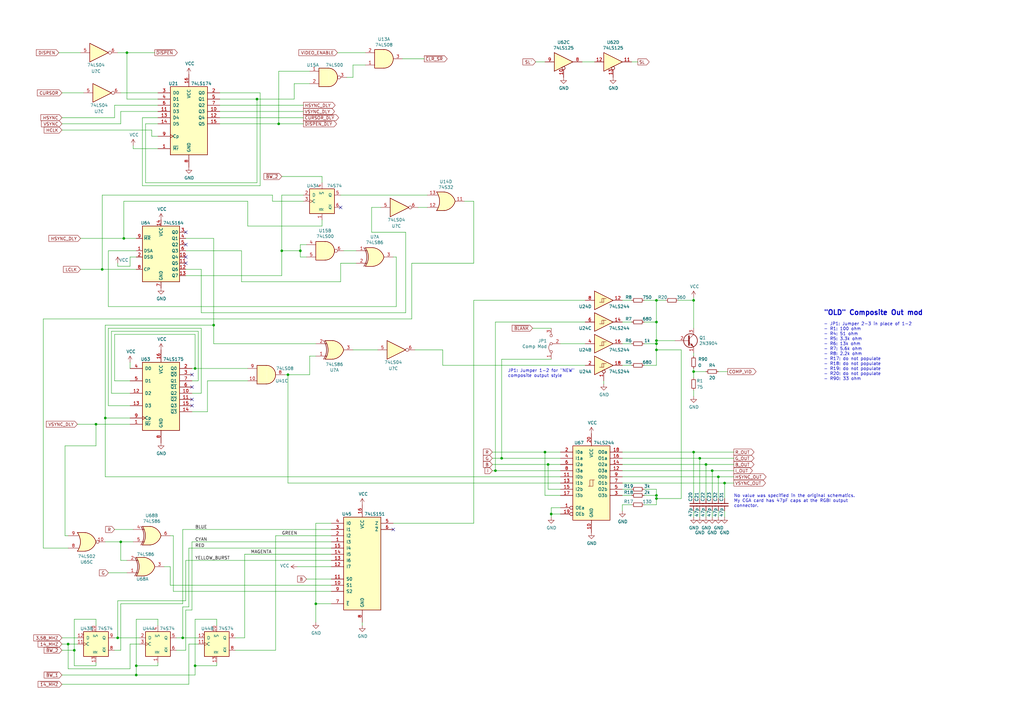
<source format=kicad_sch>
(kicad_sch (version 20230121) (generator eeschema)
  (paper "A3")
  (title_block (rev "0.2"))
  (lib_symbols
    (symbol "74xx:74HC164"
      (property "Reference" "U" (at 1.905 -13.97 0))
      (property "Value" "74HC164" (at 1.905 -16.51 0))
      (symbol "74HC164_1_1"
        (pin input line (at -10.16 0 0) (length 2.54) (name "DSA") (number "1"))
        (pin output line (at 10.16 -2.54 180) (length 2.54) (name "Q4") (number "10"))
        (pin output line (at 10.16 -5.08 180) (length 2.54) (name "Q5") (number "11"))
        (pin output line (at 10.16 -7.62 180) (length 2.54) (name "Q6") (number "12"))
        (pin output line (at 10.16 -10.16 180) (length 2.54) (name "Q7") (number "13"))
        (pin power_in line (at 0 12.7 270) (length 2.54) (name "VCC") (number "14"))
        (pin input line (at -10.16 -2.54 0) (length 2.54) (name "DSB") (number "2"))
        (pin output line (at 10.16 7.62 180) (length 2.54) (name "Q0") (number "3"))
        (pin output line (at 10.16 5.08 180) (length 2.54) (name "Q1") (number "4"))
        (pin output line (at 10.16 2.54 180) (length 2.54) (name "Q2") (number "5"))
        (pin output line (at 10.16 0 180) (length 2.54) (name "Q3") (number "6"))
        (pin power_in line (at 0 -15.24 90) (length 2.54) (name "GND") (number "7"))
        (pin input line (at -10.16 -7.62 0) (length 2.54) (name "CP") (number "8"))
        (pin input line (at -10.16 5.08 0) (length 2.54) (name "~{MR}") (number "9"))
      )
    )
    (symbol "74xx:74LS00" (pin_names (offset 1.016))
      (property "Reference" "U" (at 0 1.27 0))
      (property "Value" "74LS00" (at 0 -1.27 0))
      (symbol "74LS00_1_1"
        (pin input line (at -7.62 2.54 0) (length 3.81) (name "~") (number "1"))
        (pin input line (at -7.62 -2.54 0) (length 3.81) (name "~") (number "2"))
        (pin output inverted (at 7.62 0 180) (length 3.81) (name "~") (number "3"))
      )
      (symbol "74LS00_1_2"
        (pin input inverted (at -7.62 2.54 0) (length 4.318) (name "~") (number "1"))
        (pin input inverted (at -7.62 -2.54 0) (length 4.318) (name "~") (number "2"))
        (pin output line (at 7.62 0 180) (length 3.81) (name "~") (number "3"))
      )
      (symbol "74LS00_2_1"
        (pin input line (at -7.62 2.54 0) (length 3.81) (name "~") (number "4"))
        (pin input line (at -7.62 -2.54 0) (length 3.81) (name "~") (number "5"))
        (pin output inverted (at 7.62 0 180) (length 3.81) (name "~") (number "6"))
      )
      (symbol "74LS00_2_2"
        (pin input inverted (at -7.62 2.54 0) (length 4.318) (name "~") (number "4"))
        (pin input inverted (at -7.62 -2.54 0) (length 4.318) (name "~") (number "5"))
        (pin output line (at 7.62 0 180) (length 3.81) (name "~") (number "6"))
      )
      (symbol "74LS00_3_1"
        (pin input line (at -7.62 -2.54 0) (length 3.81) (name "~") (number "10"))
        (pin output inverted (at 7.62 0 180) (length 3.81) (name "~") (number "8"))
        (pin input line (at -7.62 2.54 0) (length 3.81) (name "~") (number "9"))
      )
      (symbol "74LS00_3_2"
        (pin input inverted (at -7.62 -2.54 0) (length 4.318) (name "~") (number "10"))
        (pin output line (at 7.62 0 180) (length 3.81) (name "~") (number "8"))
        (pin input inverted (at -7.62 2.54 0) (length 4.318) (name "~") (number "9"))
      )
      (symbol "74LS00_4_1"
        (pin output inverted (at 7.62 0 180) (length 3.81) (name "~") (number "11"))
        (pin input line (at -7.62 2.54 0) (length 3.81) (name "~") (number "12"))
        (pin input line (at -7.62 -2.54 0) (length 3.81) (name "~") (number "13"))
      )
      (symbol "74LS00_4_2"
        (pin output line (at 7.62 0 180) (length 3.81) (name "~") (number "11"))
        (pin input inverted (at -7.62 2.54 0) (length 4.318) (name "~") (number "12"))
        (pin input inverted (at -7.62 -2.54 0) (length 4.318) (name "~") (number "13"))
      )
      (symbol "74LS00_5_0"
        (pin power_in line (at 0 12.7 270) (length 5.08) (name "VCC") (number "14"))
        (pin power_in line (at 0 -12.7 90) (length 5.08) (name "GND") (number "7"))
      )
    )
    (symbol "74xx:74LS02" (pin_names (offset 1.016))
      (property "Reference" "U" (at 0 1.27 0))
      (property "Value" "74LS02" (at 0 -1.27 0))
      (symbol "74LS02_1_1"
        (pin output inverted (at 7.62 0 180) (length 3.81) (name "~") (number "1"))
        (pin input line (at -7.62 2.54 0) (length 4.318) (name "~") (number "2"))
        (pin input line (at -7.62 -2.54 0) (length 4.318) (name "~") (number "3"))
      )
      (symbol "74LS02_1_2"
        (pin output line (at 7.62 0 180) (length 3.81) (name "~") (number "1"))
        (pin input inverted (at -7.62 2.54 0) (length 3.81) (name "~") (number "2"))
        (pin input inverted (at -7.62 -2.54 0) (length 3.81) (name "~") (number "3"))
      )
      (symbol "74LS02_2_1"
        (pin output inverted (at 7.62 0 180) (length 3.81) (name "~") (number "4"))
        (pin input line (at -7.62 2.54 0) (length 4.318) (name "~") (number "5"))
        (pin input line (at -7.62 -2.54 0) (length 4.318) (name "~") (number "6"))
      )
      (symbol "74LS02_2_2"
        (pin output line (at 7.62 0 180) (length 3.81) (name "~") (number "4"))
        (pin input inverted (at -7.62 2.54 0) (length 3.81) (name "~") (number "5"))
        (pin input inverted (at -7.62 -2.54 0) (length 3.81) (name "~") (number "6"))
      )
      (symbol "74LS02_3_1"
        (pin output inverted (at 7.62 0 180) (length 3.81) (name "~") (number "10"))
        (pin input line (at -7.62 2.54 0) (length 4.318) (name "~") (number "8"))
        (pin input line (at -7.62 -2.54 0) (length 4.318) (name "~") (number "9"))
      )
      (symbol "74LS02_3_2"
        (pin output line (at 7.62 0 180) (length 3.81) (name "~") (number "10"))
        (pin input inverted (at -7.62 2.54 0) (length 3.81) (name "~") (number "8"))
        (pin input inverted (at -7.62 -2.54 0) (length 3.81) (name "~") (number "9"))
      )
      (symbol "74LS02_4_1"
        (pin input line (at -7.62 2.54 0) (length 4.318) (name "~") (number "11"))
        (pin input line (at -7.62 -2.54 0) (length 4.318) (name "~") (number "12"))
        (pin output inverted (at 7.62 0 180) (length 3.81) (name "~") (number "13"))
      )
      (symbol "74LS02_4_2"
        (pin input inverted (at -7.62 2.54 0) (length 3.81) (name "~") (number "11"))
        (pin input inverted (at -7.62 -2.54 0) (length 3.81) (name "~") (number "12"))
        (pin output line (at 7.62 0 180) (length 3.81) (name "~") (number "13"))
      )
      (symbol "74LS02_5_0"
        (pin power_in line (at 0 12.7 270) (length 5.08) (name "VCC") (number "14"))
        (pin power_in line (at 0 -12.7 90) (length 5.08) (name "GND") (number "7"))
      )
    )
    (symbol "74xx:74LS04"
      (property "Reference" "U" (at 0 1.27 0))
      (property "Value" "74LS04" (at 0 -1.27 0))
      (symbol "74LS04_1_0"
        (pin input line (at -7.62 0 0) (length 3.81) (name "~") (number "1"))
        (pin output inverted (at 7.62 0 180) (length 3.81) (name "~") (number "2"))
      )
      (symbol "74LS04_2_0"
        (pin input line (at -7.62 0 0) (length 3.81) (name "~") (number "3"))
        (pin output inverted (at 7.62 0 180) (length 3.81) (name "~") (number "4"))
      )
      (symbol "74LS04_3_0"
        (pin input line (at -7.62 0 0) (length 3.81) (name "~") (number "5"))
        (pin output inverted (at 7.62 0 180) (length 3.81) (name "~") (number "6"))
      )
      (symbol "74LS04_4_0"
        (pin output inverted (at 7.62 0 180) (length 3.81) (name "~") (number "8"))
        (pin input line (at -7.62 0 0) (length 3.81) (name "~") (number "9"))
      )
      (symbol "74LS04_5_0"
        (pin output inverted (at 7.62 0 180) (length 3.81) (name "~") (number "10"))
        (pin input line (at -7.62 0 0) (length 3.81) (name "~") (number "11"))
      )
      (symbol "74LS04_6_0"
        (pin output inverted (at 7.62 0 180) (length 3.81) (name "~") (number "12"))
        (pin input line (at -7.62 0 0) (length 3.81) (name "~") (number "13"))
      )
      (symbol "74LS04_7_0"
        (pin power_in line (at 0 12.7 270) (length 5.08) (name "VCC") (number "14"))
        (pin power_in line (at 0 -12.7 90) (length 5.08) (name "GND") (number "7"))
      )
    )
    (symbol "74xx:74LS08" (pin_names (offset 1.016))
      (property "Reference" "U" (at 0 1.27 0))
      (property "Value" "74LS08" (at 0 -1.27 0))
      (symbol "74LS08_1_1"
        (pin input line (at -7.62 2.54 0) (length 3.81) (name "~") (number "1"))
        (pin input line (at -7.62 -2.54 0) (length 3.81) (name "~") (number "2"))
        (pin output line (at 7.62 0 180) (length 3.81) (name "~") (number "3"))
      )
      (symbol "74LS08_1_2"
        (pin input inverted (at -7.62 2.54 0) (length 4.318) (name "~") (number "1"))
        (pin input inverted (at -7.62 -2.54 0) (length 4.318) (name "~") (number "2"))
        (pin output inverted (at 7.62 0 180) (length 3.81) (name "~") (number "3"))
      )
      (symbol "74LS08_2_1"
        (pin input line (at -7.62 2.54 0) (length 3.81) (name "~") (number "4"))
        (pin input line (at -7.62 -2.54 0) (length 3.81) (name "~") (number "5"))
        (pin output line (at 7.62 0 180) (length 3.81) (name "~") (number "6"))
      )
      (symbol "74LS08_2_2"
        (pin input inverted (at -7.62 2.54 0) (length 4.318) (name "~") (number "4"))
        (pin input inverted (at -7.62 -2.54 0) (length 4.318) (name "~") (number "5"))
        (pin output inverted (at 7.62 0 180) (length 3.81) (name "~") (number "6"))
      )
      (symbol "74LS08_3_1"
        (pin input line (at -7.62 -2.54 0) (length 3.81) (name "~") (number "10"))
        (pin output line (at 7.62 0 180) (length 3.81) (name "~") (number "8"))
        (pin input line (at -7.62 2.54 0) (length 3.81) (name "~") (number "9"))
      )
      (symbol "74LS08_3_2"
        (pin input inverted (at -7.62 -2.54 0) (length 4.318) (name "~") (number "10"))
        (pin output inverted (at 7.62 0 180) (length 3.81) (name "~") (number "8"))
        (pin input inverted (at -7.62 2.54 0) (length 4.318) (name "~") (number "9"))
      )
      (symbol "74LS08_4_1"
        (pin output line (at 7.62 0 180) (length 3.81) (name "~") (number "11"))
        (pin input line (at -7.62 2.54 0) (length 3.81) (name "~") (number "12"))
        (pin input line (at -7.62 -2.54 0) (length 3.81) (name "~") (number "13"))
      )
      (symbol "74LS08_4_2"
        (pin output inverted (at 7.62 0 180) (length 3.81) (name "~") (number "11"))
        (pin input inverted (at -7.62 2.54 0) (length 4.318) (name "~") (number "12"))
        (pin input inverted (at -7.62 -2.54 0) (length 4.318) (name "~") (number "13"))
      )
      (symbol "74LS08_5_0"
        (pin power_in line (at 0 12.7 270) (length 5.08) (name "VCC") (number "14"))
        (pin power_in line (at 0 -12.7 90) (length 5.08) (name "GND") (number "7"))
      )
    )
    (symbol "74xx:74LS125" (pin_names (offset 1.016))
      (property "Reference" "U" (at 0 1.27 0))
      (property "Value" "74LS125" (at 0 -1.27 0))
      (symbol "74LS125_1_0"
        (pin input inverted (at 0 -6.35 90) (length 4.445) (name "~") (number "1"))
        (pin input line (at -7.62 0 0) (length 3.81) (name "~") (number "2"))
        (pin tri_state line (at 7.62 0 180) (length 3.81) (name "~") (number "3"))
      )
      (symbol "74LS125_2_0"
        (pin input inverted (at 0 -6.35 90) (length 4.445) (name "~") (number "4"))
        (pin input line (at -7.62 0 0) (length 3.81) (name "~") (number "5"))
        (pin tri_state line (at 7.62 0 180) (length 3.81) (name "~") (number "6"))
      )
      (symbol "74LS125_3_0"
        (pin input inverted (at 0 -6.35 90) (length 4.445) (name "~") (number "10"))
        (pin tri_state line (at 7.62 0 180) (length 3.81) (name "~") (number "8"))
        (pin input line (at -7.62 0 0) (length 3.81) (name "~") (number "9"))
      )
      (symbol "74LS125_4_0"
        (pin tri_state line (at 7.62 0 180) (length 3.81) (name "~") (number "11"))
        (pin input line (at -7.62 0 0) (length 3.81) (name "~") (number "12"))
        (pin input inverted (at 0 -6.35 90) (length 4.445) (name "~") (number "13"))
      )
      (symbol "74LS125_5_0"
        (pin power_in line (at 0 12.7 270) (length 5.08) (name "VCC") (number "14"))
        (pin power_in line (at 0 -12.7 90) (length 5.08) (name "GND") (number "7"))
      )
    )
    (symbol "74xx:74LS151" (pin_names (offset 1.016))
      (property "Reference" "U" (at -7.62 19.05 0))
      (property "Value" "74LS151" (at -7.62 -21.59 0))
      (symbol "74LS151_1_0"
        (pin input line (at -12.7 7.62 0) (length 5.08) (name "I3") (number "1"))
        (pin input line (at -12.7 -10.16 0) (length 5.08) (name "S1") (number "10"))
        (pin input line (at -12.7 -7.62 0) (length 5.08) (name "S0") (number "11"))
        (pin input line (at -12.7 -2.54 0) (length 5.08) (name "I7") (number "12"))
        (pin input line (at -12.7 0 0) (length 5.08) (name "I6") (number "13"))
        (pin input line (at -12.7 2.54 0) (length 5.08) (name "I5") (number "14"))
        (pin input line (at -12.7 5.08 0) (length 5.08) (name "I4") (number "15"))
        (pin power_in line (at 0 22.86 270) (length 5.08) (name "VCC") (number "16"))
        (pin input line (at -12.7 10.16 0) (length 5.08) (name "I2") (number "2"))
        (pin input line (at -12.7 12.7 0) (length 5.08) (name "I1") (number "3"))
        (pin input line (at -12.7 15.24 0) (length 5.08) (name "I0") (number "4"))
        (pin output line (at 12.7 15.24 180) (length 5.08) (name "Z") (number "5"))
        (pin output line (at 12.7 12.7 180) (length 5.08) (name "~{Z}") (number "6"))
        (pin input line (at -12.7 -17.78 0) (length 5.08) (name "~{E}") (number "7"))
        (pin power_in line (at 0 -25.4 90) (length 5.08) (name "GND") (number "8"))
        (pin input line (at -12.7 -12.7 0) (length 5.08) (name "S2") (number "9"))
      )
    )
    (symbol "74xx:74LS174" (pin_names (offset 1.016))
      (property "Reference" "U" (at -7.62 13.97 0))
      (property "Value" "74LS174" (at -7.62 -16.51 0))
      (symbol "74LS174_1_0"
        (pin input line (at -12.7 -12.7 0) (length 5.08) (name "~{Mr}") (number "1"))
        (pin output line (at 12.7 2.54 180) (length 5.08) (name "Q3") (number "10"))
        (pin input line (at -12.7 2.54 0) (length 5.08) (name "D3") (number "11"))
        (pin output line (at 12.7 0 180) (length 5.08) (name "Q4") (number "12"))
        (pin input line (at -12.7 0 0) (length 5.08) (name "D4") (number "13"))
        (pin input line (at -12.7 -2.54 0) (length 5.08) (name "D5") (number "14"))
        (pin output line (at 12.7 -2.54 180) (length 5.08) (name "Q5") (number "15"))
        (pin power_in line (at 0 17.78 270) (length 5.08) (name "VCC") (number "16"))
        (pin output line (at 12.7 10.16 180) (length 5.08) (name "Q0") (number "2"))
        (pin input line (at -12.7 10.16 0) (length 5.08) (name "D0") (number "3"))
        (pin input line (at -12.7 7.62 0) (length 5.08) (name "D1") (number "4"))
        (pin output line (at 12.7 7.62 180) (length 5.08) (name "Q1") (number "5"))
        (pin input line (at -12.7 5.08 0) (length 5.08) (name "D2") (number "6"))
        (pin output line (at 12.7 5.08 180) (length 5.08) (name "Q2") (number "7"))
        (pin power_in line (at 0 -20.32 90) (length 5.08) (name "GND") (number "8"))
        (pin input clock (at -12.7 -7.62 0) (length 5.08) (name "Cp") (number "9"))
      )
    )
    (symbol "74xx:74LS175" (pin_names (offset 1.016))
      (property "Reference" "U" (at -7.62 13.97 0))
      (property "Value" "74LS175" (at -7.62 -16.51 0))
      (symbol "74LS175_1_0"
        (pin input line (at -12.7 -12.7 0) (length 5.08) (name "~{Mr}") (number "1"))
        (pin output line (at 12.7 0 180) (length 5.08) (name "Q2") (number "10"))
        (pin output line (at 12.7 -2.54 180) (length 5.08) (name "~{Q2}") (number "11"))
        (pin input line (at -12.7 0 0) (length 5.08) (name "D2") (number "12"))
        (pin input line (at -12.7 -5.08 0) (length 5.08) (name "D3") (number "13"))
        (pin output line (at 12.7 -7.62 180) (length 5.08) (name "~{Q3}") (number "14"))
        (pin output line (at 12.7 -5.08 180) (length 5.08) (name "Q3") (number "15"))
        (pin power_in line (at 0 17.78 270) (length 5.08) (name "VCC") (number "16"))
        (pin output line (at 12.7 10.16 180) (length 5.08) (name "Q0") (number "2"))
        (pin output line (at 12.7 7.62 180) (length 5.08) (name "~{Q0}") (number "3"))
        (pin input line (at -12.7 10.16 0) (length 5.08) (name "D0") (number "4"))
        (pin input line (at -12.7 5.08 0) (length 5.08) (name "D1") (number "5"))
        (pin output line (at 12.7 2.54 180) (length 5.08) (name "~{Q1}") (number "6"))
        (pin output line (at 12.7 5.08 180) (length 5.08) (name "Q1") (number "7"))
        (pin power_in line (at 0 -20.32 90) (length 5.08) (name "GND") (number "8"))
        (pin input clock (at -12.7 -10.16 0) (length 5.08) (name "Cp") (number "9"))
      )
    )
    (symbol "74xx:74LS244" (pin_names (offset 1.016))
      (property "Reference" "U" (at -7.62 16.51 0))
      (property "Value" "74LS244" (at -7.62 -16.51 0))
      (symbol "74LS244_1_0"
        (pin input inverted (at -12.7 -10.16 0) (length 5.08) (name "OEa") (number "1"))
        (pin power_in line (at 0 -20.32 90) (length 5.08) (name "GND") (number "10"))
        (pin input line (at -12.7 2.54 0) (length 5.08) (name "I0b") (number "11"))
        (pin tri_state line (at 12.7 5.08 180) (length 5.08) (name "O3a") (number "12"))
        (pin input line (at -12.7 0 0) (length 5.08) (name "I1b") (number "13"))
        (pin tri_state line (at 12.7 7.62 180) (length 5.08) (name "O2a") (number "14"))
        (pin input line (at -12.7 -2.54 0) (length 5.08) (name "I2b") (number "15"))
        (pin tri_state line (at 12.7 10.16 180) (length 5.08) (name "O1a") (number "16"))
        (pin input line (at -12.7 -5.08 0) (length 5.08) (name "I3b") (number "17"))
        (pin tri_state line (at 12.7 12.7 180) (length 5.08) (name "O0a") (number "18"))
        (pin input inverted (at -12.7 -12.7 0) (length 5.08) (name "OEb") (number "19"))
        (pin input line (at -12.7 12.7 0) (length 5.08) (name "I0a") (number "2"))
        (pin power_in line (at 0 20.32 270) (length 5.08) (name "VCC") (number "20"))
        (pin tri_state line (at 12.7 -5.08 180) (length 5.08) (name "O3b") (number "3"))
        (pin input line (at -12.7 10.16 0) (length 5.08) (name "I1a") (number "4"))
        (pin tri_state line (at 12.7 -2.54 180) (length 5.08) (name "O2b") (number "5"))
        (pin input line (at -12.7 7.62 0) (length 5.08) (name "I2a") (number "6"))
        (pin tri_state line (at 12.7 0 180) (length 5.08) (name "O1b") (number "7"))
        (pin input line (at -12.7 5.08 0) (length 5.08) (name "I3a") (number "8"))
        (pin tri_state line (at 12.7 2.54 180) (length 5.08) (name "O0b") (number "9"))
      )
    )
    (symbol "74xx:74LS244_Split"
      (property "Reference" "U" (at 0 1.27 0))
      (property "Value" "74LS244_Split" (at 0 -1.27 0))
      (symbol "74LS244_Split_1_0"
        (pin input inverted (at 0 -6.35 90) (length 4.445) (name "~") (number "1"))
        (pin tri_state line (at 7.62 0 180) (length 3.81) (name "~") (number "18"))
        (pin input line (at -7.62 0 0) (length 3.81) (name "~") (number "2"))
      )
      (symbol "74LS244_Split_2_0"
        (pin tri_state line (at 7.62 0 180) (length 3.81) (name "~") (number "16"))
        (pin input line (at -7.62 0 0) (length 3.81) (name "~") (number "4"))
      )
      (symbol "74LS244_Split_3_0"
        (pin tri_state line (at 7.62 0 180) (length 3.81) (name "~") (number "14"))
        (pin input line (at -7.62 0 0) (length 3.81) (name "~") (number "6"))
      )
      (symbol "74LS244_Split_4_0"
        (pin tri_state line (at 7.62 0 180) (length 3.81) (name "~") (number "12"))
        (pin input line (at -7.62 0 0) (length 3.81) (name "~") (number "8"))
      )
      (symbol "74LS244_Split_5_0"
        (pin input line (at -7.62 0 0) (length 3.81) (name "~") (number "11"))
        (pin input inverted (at 0 -6.35 90) (length 4.445) (name "~") (number "19"))
        (pin tri_state line (at 7.62 0 180) (length 3.81) (name "~") (number "9"))
      )
      (symbol "74LS244_Split_6_0"
        (pin input line (at -7.62 0 0) (length 3.81) (name "~") (number "13"))
        (pin tri_state line (at 7.62 0 180) (length 3.81) (name "~") (number "7"))
      )
      (symbol "74LS244_Split_7_0"
        (pin input line (at -7.62 0 0) (length 3.81) (name "~") (number "15"))
        (pin tri_state line (at 7.62 0 180) (length 3.81) (name "~") (number "5"))
      )
      (symbol "74LS244_Split_8_0"
        (pin input line (at -7.62 0 0) (length 3.81) (name "~") (number "17"))
        (pin tri_state line (at 7.62 0 180) (length 3.81) (name "~") (number "3"))
      )
      (symbol "74LS244_Split_9_0"
        (pin power_in line (at 0 -12.7 90) (length 5.08) (name "GND") (number "10"))
        (pin power_in line (at 0 12.7 270) (length 5.08) (name "VCC") (number "20"))
      )
    )
    (symbol "74xx:74LS32" (pin_names (offset 1.016))
      (property "Reference" "U" (at 0 1.27 0))
      (property "Value" "74LS32" (at 0 -1.27 0))
      (symbol "74LS32_1_1"
        (pin input line (at -7.62 2.54 0) (length 4.318) (name "~") (number "1"))
        (pin input line (at -7.62 -2.54 0) (length 4.318) (name "~") (number "2"))
        (pin output line (at 7.62 0 180) (length 3.81) (name "~") (number "3"))
      )
      (symbol "74LS32_1_2"
        (pin input inverted (at -7.62 2.54 0) (length 3.81) (name "~") (number "1"))
        (pin input inverted (at -7.62 -2.54 0) (length 3.81) (name "~") (number "2"))
        (pin output inverted (at 7.62 0 180) (length 3.81) (name "~") (number "3"))
      )
      (symbol "74LS32_2_1"
        (pin input line (at -7.62 2.54 0) (length 4.318) (name "~") (number "4"))
        (pin input line (at -7.62 -2.54 0) (length 4.318) (name "~") (number "5"))
        (pin output line (at 7.62 0 180) (length 3.81) (name "~") (number "6"))
      )
      (symbol "74LS32_2_2"
        (pin input inverted (at -7.62 2.54 0) (length 3.81) (name "~") (number "4"))
        (pin input inverted (at -7.62 -2.54 0) (length 3.81) (name "~") (number "5"))
        (pin output inverted (at 7.62 0 180) (length 3.81) (name "~") (number "6"))
      )
      (symbol "74LS32_3_1"
        (pin input line (at -7.62 -2.54 0) (length 4.318) (name "~") (number "10"))
        (pin output line (at 7.62 0 180) (length 3.81) (name "~") (number "8"))
        (pin input line (at -7.62 2.54 0) (length 4.318) (name "~") (number "9"))
      )
      (symbol "74LS32_3_2"
        (pin input inverted (at -7.62 -2.54 0) (length 3.81) (name "~") (number "10"))
        (pin output inverted (at 7.62 0 180) (length 3.81) (name "~") (number "8"))
        (pin input inverted (at -7.62 2.54 0) (length 3.81) (name "~") (number "9"))
      )
      (symbol "74LS32_4_1"
        (pin output line (at 7.62 0 180) (length 3.81) (name "~") (number "11"))
        (pin input line (at -7.62 2.54 0) (length 4.318) (name "~") (number "12"))
        (pin input line (at -7.62 -2.54 0) (length 4.318) (name "~") (number "13"))
      )
      (symbol "74LS32_4_2"
        (pin output inverted (at 7.62 0 180) (length 3.81) (name "~") (number "11"))
        (pin input inverted (at -7.62 2.54 0) (length 3.81) (name "~") (number "12"))
        (pin input inverted (at -7.62 -2.54 0) (length 3.81) (name "~") (number "13"))
      )
      (symbol "74LS32_5_0"
        (pin power_in line (at 0 12.7 270) (length 5.08) (name "VCC") (number "14"))
        (pin power_in line (at 0 -12.7 90) (length 5.08) (name "GND") (number "7"))
      )
    )
    (symbol "74xx:74LS74" (pin_names (offset 1.016))
      (property "Reference" "U" (at -7.62 8.89 0))
      (property "Value" "74LS74" (at -7.62 -8.89 0))
      (symbol "74LS74_1_0"
        (pin input line (at 0 -7.62 90) (length 2.54) (name "~{R}") (number "1"))
        (pin input line (at -7.62 2.54 0) (length 2.54) (name "D") (number "2"))
        (pin input clock (at -7.62 0 0) (length 2.54) (name "C") (number "3"))
        (pin input line (at 0 7.62 270) (length 2.54) (name "~{S}") (number "4"))
        (pin output line (at 7.62 2.54 180) (length 2.54) (name "Q") (number "5"))
        (pin output line (at 7.62 -2.54 180) (length 2.54) (name "~{Q}") (number "6"))
      )
      (symbol "74LS74_2_0"
        (pin input line (at 0 7.62 270) (length 2.54) (name "~{S}") (number "10"))
        (pin input clock (at -7.62 0 0) (length 2.54) (name "C") (number "11"))
        (pin input line (at -7.62 2.54 0) (length 2.54) (name "D") (number "12"))
        (pin input line (at 0 -7.62 90) (length 2.54) (name "~{R}") (number "13"))
        (pin output line (at 7.62 -2.54 180) (length 2.54) (name "~{Q}") (number "8"))
        (pin output line (at 7.62 2.54 180) (length 2.54) (name "Q") (number "9"))
      )
      (symbol "74LS74_3_0"
        (pin power_in line (at 0 10.16 270) (length 2.54) (name "VCC") (number "14"))
        (pin power_in line (at 0 -10.16 90) (length 2.54) (name "GND") (number "7"))
      )
    )
    (symbol "74xx:74LS86" (pin_names (offset 1.016))
      (property "Reference" "U" (at 0 1.27 0))
      (property "Value" "74LS86" (at 0 -1.27 0))
      (symbol "74LS86_1_0"
        (pin input line (at -7.62 2.54 0) (length 4.445) (name "~") (number "1"))
        (pin input line (at -7.62 -2.54 0) (length 4.445) (name "~") (number "2"))
        (pin output line (at 7.62 0 180) (length 3.81) (name "~") (number "3"))
      )
      (symbol "74LS86_2_0"
        (pin input line (at -7.62 2.54 0) (length 4.445) (name "~") (number "4"))
        (pin input line (at -7.62 -2.54 0) (length 4.445) (name "~") (number "5"))
        (pin output line (at 7.62 0 180) (length 3.81) (name "~") (number "6"))
      )
      (symbol "74LS86_3_0"
        (pin input line (at -7.62 -2.54 0) (length 4.445) (name "~") (number "10"))
        (pin output line (at 7.62 0 180) (length 3.81) (name "~") (number "8"))
        (pin input line (at -7.62 2.54 0) (length 4.445) (name "~") (number "9"))
      )
      (symbol "74LS86_4_0"
        (pin output line (at 7.62 0 180) (length 3.81) (name "~") (number "11"))
        (pin input line (at -7.62 2.54 0) (length 4.445) (name "~") (number "12"))
        (pin input line (at -7.62 -2.54 0) (length 4.445) (name "~") (number "13"))
      )
      (symbol "74LS86_5_0"
        (pin power_in line (at 0 12.7 270) (length 5.08) (name "VCC") (number "14"))
        (pin power_in line (at 0 -12.7 90) (length 5.08) (name "GND") (number "7"))
      )
    )
    (symbol "Device:C_Small" (pin_numbers hide) (pin_names (offset 0.254) hide)
      (property "Reference" "C" (at 0.254 1.778 0))
      (property "Value" "C_Small" (at 0.254 -2.032 0))
      (symbol "C_Small_1_1"
        (pin passive line (at 0 2.54 270) (length 2.032) (name "~") (number "1"))
        (pin passive line (at 0 -2.54 90) (length 2.032) (name "~") (number "2"))
      )
    )
    (symbol "Device:R_Small" (pin_numbers hide) (pin_names (offset 0.254) hide)
      (property "Reference" "R" (at 0.762 0.508 0))
      (property "Value" "R_Small" (at 0.762 -1.016 0))
      (symbol "R_Small_1_1"
        (pin passive line (at 0 2.54 270) (length 0.762) (name "~") (number "1"))
        (pin passive line (at 0 -2.54 90) (length 0.762) (name "~") (number "2"))
      )
    )
    (symbol "Jumper:Jumper_3_Bridged12" (pin_names (offset 0) hide)
      (property "Reference" "JP" (at -2.54 -2.54 0))
      (property "Value" "Jumper_3_Bridged12" (at 0 2.794 0))
      (symbol "Jumper_3_Bridged12_1_1"
        (pin passive line (at -6.35 0 0) (length 2.54) (name "A") (number "1"))
        (pin passive line (at 0 -3.81 90) (length 2.54) (name "C") (number "2"))
        (pin passive line (at 6.35 0 180) (length 2.54) (name "B") (number "3"))
      )
    )
    (symbol "Transistor_BJT:2N3904" (pin_names (offset 0) hide)
      (property "Reference" "Q" (at 5.08 1.905 0))
      (property "Value" "2N3904" (at 5.08 0 0))
      (symbol "2N3904_1_1"
        (pin passive line (at 2.54 -5.08 90) (length 2.54) (name "E") (number "1"))
        (pin passive line (at -5.08 0 0) (length 5.715) (name "B") (number "2"))
        (pin passive line (at 2.54 5.08 270) (length 2.54) (name "C") (number "3"))
      )
    )
    (symbol "power:GND" (power) (pin_names (offset 0))
      (property "Value" "GND" (at 0 -3.81 0))
      (symbol "GND_1_1"
        (pin power_in line (at 0 0 270) (length 0) hide (name "GND") (number "1"))
      )
    )
    (symbol "power:VCC" (power) (pin_names (offset 0))
      (property "Value" "VCC" (at 0 3.81 0))
      (symbol "VCC_1_1"
        (pin power_in line (at 0 0 90) (length 0) hide (name "VCC") (number "1"))
      )
    )
  )
  (junction (at 39.37 173.99))
  (junction (at 50.8 97.79))
  (junction (at 269.24 139.7))
  (junction (at 52.07 21.59))
  (junction (at 48.26 261.62))
  (junction (at 27.94 264.16))
  (junction (at 289.56 190.5))
  (junction (at 224.79 190.5))
  (junction (at 129.54 247.65))
  (junction (at 269.24 143.51))
  (junction (at 87.63 133.35))
  (junction (at 30.48 266.7))
  (junction (at 114.3 50.8))
  (junction (at 269.24 203.2))
  (junction (at 203.2 193.04))
  (junction (at 80.01 273.05))
  (junction (at 55.88 276.86))
  (junction (at 118.11 153.67))
  (junction (at 287.02 187.96))
  (junction (at 115.57 102.87))
  (junction (at 292.1 193.04))
  (junction (at 43.18 171.45))
  (junction (at 41.91 110.49))
  (junction (at 269.24 140.97))
  (junction (at 284.48 185.42))
  (junction (at 269.24 132.08))
  (junction (at 223.52 185.42))
  (junction (at 74.93 261.62))
  (junction (at 269.24 123.19))
  (junction (at 80.01 151.13))
  (junction (at 284.48 152.4))
  (junction (at 105.41 40.64))
  (junction (at 294.64 195.58))
  (junction (at 284.48 123.19))
  (junction (at 49.53 222.25))
  (junction (at 123.19 102.87))
  (junction (at 205.74 187.96))
  (junction (at 226.06 210.82))
  (junction (at 55.88 273.05))
  (junction (at 269.24 204.47))
  (junction (at 297.18 198.12))
  (no_connect (at 161.29 217.17))
  (no_connect (at 78.74 153.67))
  (no_connect (at 76.2 105.41))
  (no_connect (at 76.2 100.33))
  (no_connect (at 78.74 166.37))
  (no_connect (at 78.74 163.83))
  (no_connect (at 139.7 85.09))
  (no_connect (at 76.2 95.25))
  (no_connect (at 78.74 158.75))
  (no_connect (at 76.2 107.95))
  (wire (pts (xy 77.47 280.67) (xy 77.47 264.16)))
  (wire (pts (xy 127 146.05) (xy 129.54 146.05)))
  (wire (pts (xy 255.27 203.2) (xy 259.08 203.2)))
  (wire (pts (xy 226.06 134.62) (xy 218.44 134.62)))
  (wire (pts (xy 105.41 74.93) (xy 59.69 74.93)))
  (wire (pts (xy 224.79 200.66) (xy 229.87 200.66)))
  (wire (pts (xy 30.48 254) (xy 39.37 254)))
  (wire (pts (xy 62.23 53.34) (xy 25.4 53.34)))
  (wire (pts (xy 194.31 107.95) (xy 168.91 107.95)))
  (wire (pts (xy 27.94 264.16) (xy 25.4 264.16)))
  (wire (pts (xy 223.52 185.42) (xy 223.52 203.2)))
  (wire (pts (xy 48.26 246.38) (xy 76.2 246.38)))
  (wire (pts (xy 39.37 173.99) (xy 53.34 173.99)))
  (wire (pts (xy 289.56 190.5) (xy 289.56 204.47)))
  (wire (pts (xy 49.53 229.87) (xy 52.07 229.87)))
  (wire (pts (xy 152.4 95.25) (xy 166.37 95.25)))
  (wire (pts (xy 53.34 274.32) (xy 53.34 264.16)))
  (wire (pts (xy 64.77 45.72) (xy 49.53 45.72)))
  (wire (pts (xy 139.7 80.01) (xy 175.26 80.01)))
  (wire (pts (xy 82.55 134.62) (xy 44.45 134.62)))
  (wire (pts (xy 264.16 132.08) (xy 269.24 132.08)))
  (wire (pts (xy 76.2 97.79) (xy 87.63 97.79)))
  (wire (pts (xy 52.07 21.59) (xy 63.5 21.59)))
  (wire (pts (xy 74.93 247.65) (xy 74.93 217.17)))
  (wire (pts (xy 129.54 247.65) (xy 129.54 255.27)))
  (wire (pts (xy 90.17 43.18) (xy 124.46 43.18)))
  (wire (pts (xy 294.64 195.58) (xy 300.99 195.58)))
  (wire (pts (xy 80.01 273.05) (xy 80.01 254)))
  (wire (pts (xy 284.48 185.42) (xy 284.48 204.47)))
  (wire (pts (xy 284.48 123.19) (xy 284.48 134.62)))
  (wire (pts (xy 64.77 273.05) (xy 55.88 273.05)))
  (wire (pts (xy 264.16 200.66) (xy 269.24 200.66)))
  (wire (pts (xy 219.71 25.4) (xy 223.52 25.4)))
  (wire (pts (xy 297.18 198.12) (xy 297.18 204.47)))
  (wire (pts (xy 67.31 232.41) (xy 69.85 232.41)))
  (wire (pts (xy 78.74 156.21) (xy 81.28 156.21)))
  (wire (pts (xy 49.53 266.7) (xy 49.53 247.65)))
  (wire (pts (xy 181.61 143.51) (xy 181.61 149.86)))
  (wire (pts (xy 82.55 110.49) (xy 76.2 110.49)))
  (wire (pts (xy 284.48 123.19) (xy 284.48 121.92)))
  (wire (pts (xy 255.27 149.86) (xy 259.08 149.86)))
  (wire (pts (xy 255.27 123.19) (xy 259.08 123.19)))
  (wire (pts (xy 74.93 261.62) (xy 81.28 261.62)))
  (wire (pts (xy 76.2 246.38) (xy 76.2 229.87)))
  (wire (pts (xy 87.63 133.35) (xy 87.63 140.97)))
  (wire (pts (xy 142.24 31.75) (xy 144.78 31.75)))
  (wire (pts (xy 294.64 152.4) (xy 298.45 152.4)))
  (wire (pts (xy 269.24 143.51) (xy 269.24 140.97)))
  (wire (pts (xy 43.18 195.58) (xy 43.18 171.45)))
  (wire (pts (xy 287.02 212.09) (xy 287.02 209.55)))
  (wire (pts (xy 45.72 135.89) (xy 45.72 161.29)))
  (wire (pts (xy 76.2 102.87) (xy 99.06 102.87)))
  (wire (pts (xy 229.87 190.5) (xy 224.79 190.5)))
  (wire (pts (xy 82.55 161.29) (xy 82.55 134.62)))
  (wire (pts (xy 269.24 204.47) (xy 269.24 207.01)))
  (wire (pts (xy 105.41 40.64) (xy 120.65 40.64)))
  (wire (pts (xy 170.18 143.51) (xy 181.61 143.51)))
  (wire (pts (xy 111.76 82.55) (xy 124.46 82.55)))
  (wire (pts (xy 106.68 76.2) (xy 58.42 76.2)))
  (wire (pts (xy 101.6 82.55) (xy 101.6 92.71)))
  (wire (pts (xy 162.56 125.73) (xy 44.45 125.73)))
  (wire (pts (xy 114.3 29.21) (xy 114.3 50.8)))
  (wire (pts (xy 54.61 59.69) (xy 54.61 60.96)))
  (wire (pts (xy 43.18 133.35) (xy 43.18 171.45)))
  (wire (pts (xy 116.84 153.67) (xy 118.11 153.67)))
  (wire (pts (xy 58.42 76.2) (xy 58.42 48.26)))
  (wire (pts (xy 46.99 217.17) (xy 54.61 217.17)))
  (wire (pts (xy 255.27 185.42) (xy 284.48 185.42)))
  (wire (pts (xy 297.18 198.12) (xy 300.99 198.12)))
  (wire (pts (xy 269.24 123.19) (xy 273.05 123.19)))
  (wire (pts (xy 30.48 266.7) (xy 30.48 254)))
  (wire (pts (xy 135.89 214.63) (xy 129.54 214.63)))
  (wire (pts (xy 58.42 48.26) (xy 64.77 48.26)))
  (wire (pts (xy 269.24 149.86) (xy 269.24 143.51)))
  (wire (pts (xy 118.11 198.12) (xy 118.11 153.67)))
  (wire (pts (xy 82.55 128.27) (xy 82.55 110.49)))
  (wire (pts (xy 53.34 109.22) (xy 48.26 109.22)))
  (wire (pts (xy 49.53 247.65) (xy 74.93 247.65)))
  (wire (pts (xy 64.77 254) (xy 64.77 256.54)))
  (wire (pts (xy 46.99 156.21) (xy 53.34 156.21)))
  (wire (pts (xy 48.26 261.62) (xy 48.26 246.38)))
  (wire (pts (xy 53.34 105.41) (xy 53.34 109.22)))
  (wire (pts (xy 105.41 40.64) (xy 105.41 74.93)))
  (wire (pts (xy 26.67 182.88) (xy 39.37 182.88)))
  (wire (pts (xy 41.91 80.01) (xy 111.76 80.01)))
  (wire (pts (xy 224.79 190.5) (xy 224.79 200.66)))
  (wire (pts (xy 161.29 214.63) (xy 194.31 214.63)))
  (wire (pts (xy 49.53 222.25) (xy 54.61 222.25)))
  (wire (pts (xy 88.9 271.78) (xy 88.9 273.05)))
  (wire (pts (xy 123.19 100.33) (xy 123.19 102.87)))
  (wire (pts (xy 74.93 261.62) (xy 74.93 248.92)))
  (wire (pts (xy 203.2 193.04) (xy 203.2 132.08)))
  (wire (pts (xy 41.91 110.49) (xy 33.02 110.49)))
  (wire (pts (xy 125.73 100.33) (xy 123.19 100.33)))
  (wire (pts (xy 49.53 229.87) (xy 49.53 222.25)))
  (wire (pts (xy 17.78 224.79) (xy 17.78 130.81)))
  (wire (pts (xy 55.88 276.86) (xy 80.01 276.86)))
  (wire (pts (xy 115.57 72.39) (xy 132.08 72.39)))
  (wire (pts (xy 80.01 254) (xy 88.9 254)))
  (wire (pts (xy 55.88 110.49) (xy 41.91 110.49)))
  (wire (pts (xy 25.4 261.62) (xy 31.75 261.62)))
  (wire (pts (xy 132.08 92.71) (xy 132.08 90.17)))
  (wire (pts (xy 90.17 50.8) (xy 114.3 50.8)))
  (wire (pts (xy 123.19 102.87) (xy 115.57 102.87)))
  (wire (pts (xy 294.64 195.58) (xy 294.64 204.47)))
  (wire (pts (xy 269.24 203.2) (xy 269.24 204.47)))
  (wire (pts (xy 229.87 195.58) (xy 43.18 195.58)))
  (wire (pts (xy 278.13 123.19) (xy 284.48 123.19)))
  (wire (pts (xy 90.17 40.64) (xy 105.41 40.64)))
  (wire (pts (xy 54.61 60.96) (xy 64.77 60.96)))
  (wire (pts (xy 284.48 160.02) (xy 284.48 162.56)))
  (wire (pts (xy 289.56 152.4) (xy 284.48 152.4)))
  (wire (pts (xy 135.89 232.41) (xy 121.92 232.41)))
  (wire (pts (xy 17.78 130.81) (xy 168.91 130.81)))
  (wire (pts (xy 289.56 212.09) (xy 289.56 209.55)))
  (wire (pts (xy 287.02 187.96) (xy 287.02 204.47)))
  (wire (pts (xy 201.93 193.04) (xy 203.2 193.04)))
  (wire (pts (xy 223.52 203.2) (xy 229.87 203.2)))
  (wire (pts (xy 166.37 95.25) (xy 166.37 128.27)))
  (wire (pts (xy 125.73 237.49) (xy 135.89 237.49)))
  (wire (pts (xy 74.93 248.92) (xy 77.47 248.92)))
  (wire (pts (xy 30.48 273.05) (xy 39.37 273.05)))
  (wire (pts (xy 50.8 82.55) (xy 101.6 82.55)))
  (wire (pts (xy 123.19 102.87) (xy 123.19 105.41)))
  (wire (pts (xy 255.27 190.5) (xy 289.56 190.5)))
  (wire (pts (xy 255.27 207.01) (xy 259.08 207.01)))
  (wire (pts (xy 111.76 80.01) (xy 111.76 82.55)))
  (wire (pts (xy 80.01 151.13) (xy 80.01 137.16)))
  (wire (pts (xy 269.24 139.7) (xy 276.86 139.7)))
  (wire (pts (xy 78.74 222.25) (xy 135.89 222.25)))
  (wire (pts (xy 205.74 187.96) (xy 205.74 147.32)))
  (wire (pts (xy 135.89 224.79) (xy 77.47 224.79)))
  (wire (pts (xy 71.12 219.71) (xy 71.12 242.57)))
  (wire (pts (xy 139.7 107.95) (xy 146.05 107.95)))
  (wire (pts (xy 55.88 254) (xy 64.77 254)))
  (wire (pts (xy 76.2 250.19) (xy 78.74 250.19)))
  (wire (pts (xy 255.27 193.04) (xy 292.1 193.04)))
  (wire (pts (xy 123.19 105.41) (xy 125.73 105.41)))
  (wire (pts (xy 99.06 115.57) (xy 139.7 115.57)))
  (wire (pts (xy 25.4 280.67) (xy 77.47 280.67)))
  (wire (pts (xy 106.68 38.1) (xy 106.68 76.2)))
  (wire (pts (xy 44.45 125.73) (xy 44.45 102.87)))
  (wire (pts (xy 50.8 97.79) (xy 33.02 97.79)))
  (wire (pts (xy 59.69 74.93) (xy 59.69 50.8)))
  (wire (pts (xy 229.87 185.42) (xy 223.52 185.42)))
  (wire (pts (xy 255.27 209.55) (xy 255.27 207.01)))
  (wire (pts (xy 255.27 140.97) (xy 259.08 140.97)))
  (wire (pts (xy 62.23 55.88) (xy 62.23 53.34)))
  (wire (pts (xy 152.4 85.09) (xy 152.4 95.25)))
  (wire (pts (xy 165.1 24.13) (xy 173.99 24.13)))
  (wire (pts (xy 224.79 190.5) (xy 201.93 190.5)))
  (wire (pts (xy 26.67 219.71) (xy 26.67 182.88)))
  (wire (pts (xy 46.99 266.7) (xy 49.53 266.7)))
  (wire (pts (xy 85.09 156.21) (xy 101.6 156.21)))
  (wire (pts (xy 284.48 146.05) (xy 284.48 144.78)))
  (wire (pts (xy 69.85 232.41) (xy 69.85 240.03)))
  (wire (pts (xy 76.2 113.03) (xy 115.57 113.03)))
  (wire (pts (xy 69.85 219.71) (xy 71.12 219.71)))
  (wire (pts (xy 85.09 168.91) (xy 85.09 156.21)))
  (wire (pts (xy 27.94 274.32) (xy 53.34 274.32)))
  (wire (pts (xy 49.53 38.1) (xy 64.77 38.1)))
  (wire (pts (xy 144.78 31.75) (xy 144.78 26.67)))
  (wire (pts (xy 171.45 85.09) (xy 175.26 85.09)))
  (wire (pts (xy 55.88 105.41) (xy 53.34 105.41)))
  (wire (pts (xy 100.33 227.33) (xy 135.89 227.33)))
  (wire (pts (xy 41.91 110.49) (xy 41.91 80.01)))
  (wire (pts (xy 166.37 128.27) (xy 82.55 128.27)))
  (wire (pts (xy 50.8 97.79) (xy 50.8 82.55)))
  (wire (pts (xy 255.27 198.12) (xy 297.18 198.12)))
  (wire (pts (xy 139.7 115.57) (xy 139.7 107.95)))
  (wire (pts (xy 259.08 25.4) (xy 261.62 25.4)))
  (wire (pts (xy 269.24 123.19) (xy 269.24 132.08)))
  (wire (pts (xy 201.93 185.42) (xy 223.52 185.42)))
  (wire (pts (xy 49.53 45.72) (xy 49.53 50.8)))
  (wire (pts (xy 269.24 140.97) (xy 269.24 139.7)))
  (wire (pts (xy 284.48 152.4) (xy 284.48 154.94)))
  (wire (pts (xy 76.2 229.87) (xy 135.89 229.87)))
  (wire (pts (xy 76.2 266.7) (xy 76.2 250.19)))
  (wire (pts (xy 229.87 208.28) (xy 226.06 208.28)))
  (wire (pts (xy 88.9 254) (xy 88.9 256.54)))
  (wire (pts (xy 140.97 102.87) (xy 146.05 102.87)))
  (wire (pts (xy 77.47 264.16) (xy 81.28 264.16)))
  (wire (pts (xy 39.37 273.05) (xy 39.37 271.78)))
  (wire (pts (xy 46.99 137.16) (xy 46.99 156.21)))
  (wire (pts (xy 194.31 214.63) (xy 194.31 123.19)))
  (wire (pts (xy 31.75 264.16) (xy 27.94 264.16)))
  (wire (pts (xy 39.37 254) (xy 39.37 256.54)))
  (wire (pts (xy 71.12 242.57) (xy 135.89 242.57)))
  (wire (pts (xy 292.1 193.04) (xy 292.1 204.47)))
  (wire (pts (xy 294.64 212.09) (xy 294.64 209.55)))
  (wire (pts (xy 115.57 102.87) (xy 115.57 80.01)))
  (wire (pts (xy 292.1 212.09) (xy 292.1 209.55)))
  (wire (pts (xy 264.16 140.97) (xy 269.24 140.97)))
  (wire (pts (xy 44.45 234.95) (xy 52.07 234.95)))
  (wire (pts (xy 162.56 105.41) (xy 162.56 125.73)))
  (wire (pts (xy 229.87 210.82) (xy 226.06 210.82)))
  (wire (pts (xy 255.27 187.96) (xy 287.02 187.96)))
  (wire (pts (xy 284.48 212.09) (xy 284.48 209.55)))
  (wire (pts (xy 27.94 264.16) (xy 27.94 274.32)))
  (wire (pts (xy 144.78 143.51) (xy 154.94 143.51)))
  (wire (pts (xy 264.16 123.19) (xy 269.24 123.19)))
  (wire (pts (xy 127 153.67) (xy 127 146.05)))
  (wire (pts (xy 78.74 151.13) (xy 80.01 151.13)))
  (wire (pts (xy 46.99 261.62) (xy 48.26 261.62)))
  (wire (pts (xy 81.28 135.89) (xy 45.72 135.89)))
  (wire (pts (xy 87.63 140.97) (xy 129.54 140.97)))
  (wire (pts (xy 148.59 255.27) (xy 148.59 256.54)))
  (wire (pts (xy 90.17 48.26) (xy 124.46 48.26)))
  (wire (pts (xy 138.43 21.59) (xy 149.86 21.59)))
  (wire (pts (xy 52.07 40.64) (xy 64.77 40.64)))
  (wire (pts (xy 203.2 132.08) (xy 240.03 132.08)))
  (wire (pts (xy 279.4 143.51) (xy 269.24 143.51)))
  (wire (pts (xy 44.45 134.62) (xy 44.45 166.37)))
  (wire (pts (xy 255.27 200.66) (xy 259.08 200.66)))
  (wire (pts (xy 43.18 171.45) (xy 53.34 171.45)))
  (wire (pts (xy 78.74 161.29) (xy 82.55 161.29)))
  (wire (pts (xy 46.99 43.18) (xy 46.99 48.26)))
  (wire (pts (xy 90.17 45.72) (xy 124.46 45.72)))
  (wire (pts (xy 181.61 149.86) (xy 240.03 149.86)))
  (wire (pts (xy 25.4 38.1) (xy 34.29 38.1)))
  (wire (pts (xy 101.6 92.71) (xy 132.08 92.71)))
  (wire (pts (xy 99.06 102.87) (xy 99.06 115.57)))
  (wire (pts (xy 52.07 21.59) (xy 52.07 40.64)))
  (wire (pts (xy 156.21 85.09) (xy 152.4 85.09)))
  (wire (pts (xy 74.93 217.17) (xy 135.89 217.17)))
  (wire (pts (xy 226.06 147.32) (xy 205.74 147.32)))
  (wire (pts (xy 55.88 276.86) (xy 55.88 273.05)))
  (wire (pts (xy 90.17 38.1) (xy 106.68 38.1)))
  (wire (pts (xy 194.31 123.19) (xy 240.03 123.19)))
  (wire (pts (xy 284.48 151.13) (xy 284.48 152.4)))
  (wire (pts (xy 144.78 26.67) (xy 149.86 26.67)))
  (wire (pts (xy 168.91 107.95) (xy 168.91 130.81)))
  (wire (pts (xy 229.87 140.97) (xy 240.03 140.97)))
  (wire (pts (xy 88.9 273.05) (xy 80.01 273.05)))
  (wire (pts (xy 81.28 156.21) (xy 81.28 135.89)))
  (wire (pts (xy 226.06 208.28) (xy 226.06 210.82)))
  (wire (pts (xy 44.45 102.87) (xy 55.88 102.87)))
  (wire (pts (xy 96.52 261.62) (xy 100.33 261.62)))
  (wire (pts (xy 287.02 187.96) (xy 300.99 187.96)))
  (wire (pts (xy 27.94 219.71) (xy 26.67 219.71)))
  (wire (pts (xy 161.29 105.41) (xy 162.56 105.41)))
  (wire (pts (xy 69.85 240.03) (xy 135.89 240.03)))
  (wire (pts (xy 269.24 204.47) (xy 279.4 204.47)))
  (wire (pts (xy 27.94 224.79) (xy 17.78 224.79)))
  (wire (pts (xy 205.74 187.96) (xy 229.87 187.96)))
  (wire (pts (xy 59.69 50.8) (xy 64.77 50.8)))
  (wire (pts (xy 55.88 273.05) (xy 55.88 254)))
  (wire (pts (xy 113.03 219.71) (xy 135.89 219.71)))
  (wire (pts (xy 264.16 149.86) (xy 269.24 149.86)))
  (wire (pts (xy 129.54 214.63) (xy 129.54 247.65)))
  (wire (pts (xy 48.26 109.22) (xy 48.26 107.95)))
  (wire (pts (xy 80.01 276.86) (xy 80.01 273.05)))
  (wire (pts (xy 203.2 193.04) (xy 229.87 193.04)))
  (wire (pts (xy 297.18 212.09) (xy 297.18 209.55)))
  (wire (pts (xy 132.08 72.39) (xy 132.08 74.93)))
  (wire (pts (xy 114.3 50.8) (xy 124.46 50.8)))
  (wire (pts (xy 39.37 182.88) (xy 39.37 173.99)))
  (wire (pts (xy 96.52 266.7) (xy 113.03 266.7)))
  (wire (pts (xy 53.34 264.16) (xy 57.15 264.16)))
  (wire (pts (xy 43.18 222.25) (xy 49.53 222.25)))
  (wire (pts (xy 48.26 261.62) (xy 57.15 261.62)))
  (wire (pts (xy 115.57 80.01) (xy 124.46 80.01)))
  (wire (pts (xy 255.27 132.08) (xy 259.08 132.08)))
  (wire (pts (xy 190.5 82.55) (xy 194.31 82.55)))
  (wire (pts (xy 113.03 266.7) (xy 113.03 219.71)))
  (wire (pts (xy 264.16 203.2) (xy 269.24 203.2)))
  (wire (pts (xy 120.65 40.64) (xy 120.65 34.29)))
  (wire (pts (xy 64.77 271.78) (xy 64.77 273.05)))
  (wire (pts (xy 64.77 43.18) (xy 46.99 43.18)))
  (wire (pts (xy 264.16 207.01) (xy 269.24 207.01)))
  (wire (pts (xy 78.74 250.19) (xy 78.74 222.25)))
  (wire (pts (xy 24.13 21.59) (xy 33.02 21.59)))
  (wire (pts (xy 55.88 97.79) (xy 50.8 97.79)))
  (wire (pts (xy 115.57 113.03) (xy 115.57 102.87)))
  (wire (pts (xy 46.99 48.26) (xy 25.4 48.26)))
  (wire (pts (xy 64.77 55.88) (xy 62.23 55.88)))
  (wire (pts (xy 72.39 261.62) (xy 74.93 261.62)))
  (wire (pts (xy 49.53 50.8) (xy 25.4 50.8)))
  (wire (pts (xy 238.76 25.4) (xy 243.84 25.4)))
  (wire (pts (xy 25.4 276.86) (xy 55.88 276.86)))
  (wire (pts (xy 279.4 204.47) (xy 279.4 143.51)))
  (wire (pts (xy 80.01 151.13) (xy 101.6 151.13)))
  (wire (pts (xy 45.72 161.29) (xy 53.34 161.29)))
  (wire (pts (xy 229.87 198.12) (xy 118.11 198.12)))
  (wire (pts (xy 48.26 21.59) (xy 52.07 21.59)))
  (wire (pts (xy 289.56 190.5) (xy 300.99 190.5)))
  (wire (pts (xy 194.31 82.55) (xy 194.31 107.95)))
  (wire (pts (xy 100.33 261.62) (xy 100.33 227.33)))
  (wire (pts (xy 269.24 200.66) (xy 269.24 203.2)))
  (wire (pts (xy 30.48 266.7) (xy 30.48 273.05)))
  (wire (pts (xy 201.93 187.96) (xy 205.74 187.96)))
  (wire (pts (xy 78.74 168.91) (xy 85.09 168.91)))
  (wire (pts (xy 226.06 210.82) (xy 226.06 212.09)))
  (wire (pts (xy 284.48 185.42) (xy 300.99 185.42)))
  (wire (pts (xy 77.47 224.79) (xy 77.47 248.92)))
  (wire (pts (xy 120.65 34.29) (xy 127 34.29)))
  (wire (pts (xy 247.65 157.48) (xy 247.65 156.21)))
  (wire (pts (xy 255.27 195.58) (xy 294.64 195.58)))
  (wire (pts (xy 87.63 97.79) (xy 87.63 133.35)))
  (wire (pts (xy 135.89 247.65) (xy 129.54 247.65)))
  (wire (pts (xy 44.45 166.37) (xy 53.34 166.37)))
  (wire (pts (xy 72.39 266.7) (xy 76.2 266.7)))
  (wire (pts (xy 118.11 153.67) (xy 127 153.67)))
  (wire (pts (xy 127 29.21) (xy 114.3 29.21)))
  (wire (pts (xy 80.01 137.16) (xy 46.99 137.16)))
  (wire (pts (xy 87.63 133.35) (xy 43.18 133.35)))
  (wire (pts (xy 292.1 193.04) (xy 300.99 193.04)))
  (wire (pts (xy 25.4 266.7) (xy 30.48 266.7)))
  (wire (pts (xy 53.34 151.13) (xy 53.34 148.59)))
  (wire (pts (xy 269.24 132.08) (xy 269.24 139.7)))
  (wire (pts (xy 31.75 173.99) (xy 39.37 173.99)))
  (text "- JP1: Jumper 2-3 in place of 1-2\n- R1: 100 ohm\n- R4: 51 ohm\n- R5: 3.3k ohm\n- R6: 13k ohm\n- R7: 5.6k ohm\n- R8: 2.2k ohm\n- R17: do not populate\n- R18: do not populate\n- R19: do not populate\n- R20: do not populate\n- R90: 33 ohm" (at 337.82 156.21 0) (effects (font (size 1.27 1.27)) (justify left bottom)))
  (text "\"OLD\" Composite Out mod" (at 337.82 129.54 0) (effects (font (size 2.0066 2.0066) (thickness 0.4013) bold) (justify left bottom)))
  (text "JP1: Jumper 1-2 for \"NEW\"\ncomposite output style" (at 208.28 154.94 0) (effects (font (size 1.27 1.27)) (justify left bottom)))
  (text "No value was specified in the original schematics.\nMy CGA card has 47pF caps at the RGBI output\nconnector." (at 300.99 208.28 0) (effects (font (size 1.27 1.27)) (justify left bottom)))
  (label "BLUE" (at 80.01 217.17 0))
  (label "CYAN" (at 80.01 222.25 0))
  (label "GREEN" (at 115.57 219.71 0))
  (label "MAGENTA" (at 102.87 227.33 0))
  (label "YELLOW_BURST" (at 80.01 229.87 0))
  (label "RED" (at 80.01 224.79 0))
  (global_label "VSYNC_OUT" (shape output) (at 300.99 198.12 0) (property "Intersheetrefs" "${INTERSHEET_REFS}" (effects hide)))
  (global_label "B" (shape input) (at 201.93 190.5 180) (property "Intersheetrefs" "${INTERSHEET_REFS}" (effects hide)))
  (global_label "~{DISPEN_DLY}" (shape output) (at 124.46 50.8 0) (property "Intersheetrefs" "${INTERSHEET_REFS}" (effects hide)))
  (global_label "HSYNC_OUT" (shape output) (at 300.99 195.58 0) (property "Intersheetrefs" "${INTERSHEET_REFS}" (effects hide)))
  (global_label "LCLK" (shape input) (at 33.02 110.49 180) (property "Intersheetrefs" "${INTERSHEET_REFS}" (effects hide)))
  (global_label "COMP_VID" (shape output) (at 298.45 152.4 0) (property "Intersheetrefs" "${INTERSHEET_REFS}" (effects hide)))
  (global_label "VSYNC_DLY" (shape input) (at 31.75 173.99 180) (property "Intersheetrefs" "${INTERSHEET_REFS}" (effects hide)))
  (global_label "14_MHZ" (shape input) (at 25.4 264.16 180) (property "Intersheetrefs" "${INTERSHEET_REFS}" (effects hide)))
  (global_label "~{14_MHZ}" (shape input) (at 25.4 280.67 180) (property "Intersheetrefs" "${INTERSHEET_REFS}" (effects hide)))
  (global_label "~{BW_1}" (shape input) (at 25.4 276.86 180) (property "Intersheetrefs" "${INTERSHEET_REFS}" (effects hide)))
  (global_label "I" (shape input) (at 201.93 193.04 180) (property "Intersheetrefs" "${INTERSHEET_REFS}" (effects hide)))
  (global_label "~{BLANK}" (shape input) (at 218.44 134.62 180) (property "Intersheetrefs" "${INTERSHEET_REFS}" (effects hide)))
  (global_label "CURSOR" (shape input) (at 25.4 38.1 180) (property "Intersheetrefs" "${INTERSHEET_REFS}" (effects hide)))
  (global_label "~{CLR_SR}" (shape output) (at 173.99 24.13 0) (property "Intersheetrefs" "${INTERSHEET_REFS}" (effects hide)))
  (global_label "G" (shape input) (at 201.93 187.96 180) (property "Intersheetrefs" "${INTERSHEET_REFS}" (effects hide)))
  (global_label "HCLK" (shape input) (at 25.4 53.34 180) (property "Intersheetrefs" "${INTERSHEET_REFS}" (effects hide)))
  (global_label "~{BW_2}" (shape input) (at 25.4 266.7 180) (property "Intersheetrefs" "${INTERSHEET_REFS}" (effects hide)))
  (global_label "R" (shape input) (at 201.93 185.42 180) (property "Intersheetrefs" "${INTERSHEET_REFS}" (effects hide)))
  (global_label "B" (shape input) (at 125.73 237.49 180) (property "Intersheetrefs" "${INTERSHEET_REFS}" (effects hide)))
  (global_label "~{CURSOR_DLY}" (shape output) (at 124.46 48.26 0) (property "Intersheetrefs" "${INTERSHEET_REFS}" (effects hide)))
  (global_label "R_OUT" (shape output) (at 300.99 185.42 0) (property "Intersheetrefs" "${INTERSHEET_REFS}" (effects hide)))
  (global_label "VSYNC_DLY" (shape output) (at 124.46 45.72 0) (property "Intersheetrefs" "${INTERSHEET_REFS}" (effects hide)))
  (global_label "I_OUT" (shape output) (at 300.99 193.04 0) (property "Intersheetrefs" "${INTERSHEET_REFS}" (effects hide)))
  (global_label "G_OUT" (shape output) (at 300.99 187.96 0) (property "Intersheetrefs" "${INTERSHEET_REFS}" (effects hide)))
  (global_label "HSYNC" (shape input) (at 25.4 48.26 180) (property "Intersheetrefs" "${INTERSHEET_REFS}" (effects hide)))
  (global_label "~{BW_2}" (shape input) (at 115.57 72.39 180) (property "Intersheetrefs" "${INTERSHEET_REFS}" (effects hide)))
  (global_label "VSYNC" (shape input) (at 25.4 50.8 180) (property "Intersheetrefs" "${INTERSHEET_REFS}" (effects hide)))
  (global_label "B_OUT" (shape output) (at 300.99 190.5 0) (property "Intersheetrefs" "${INTERSHEET_REFS}" (effects hide)))
  (global_label "3.58_MHZ" (shape input) (at 25.4 261.62 180) (property "Intersheetrefs" "${INTERSHEET_REFS}" (effects hide)))
  (global_label "~{DISPEN}" (shape output) (at 63.5 21.59 0) (property "Intersheetrefs" "${INTERSHEET_REFS}" (effects hide)))
  (global_label "SL" (shape output) (at 261.62 25.4 0) (property "Intersheetrefs" "${INTERSHEET_REFS}" (effects hide)))
  (global_label "HSYNC_DLY" (shape input) (at 33.02 97.79 180) (property "Intersheetrefs" "${INTERSHEET_REFS}" (effects hide)))
  (global_label "R" (shape input) (at 46.99 217.17 180) (property "Intersheetrefs" "${INTERSHEET_REFS}" (effects hide)))
  (global_label "G" (shape input) (at 44.45 234.95 180) (property "Intersheetrefs" "${INTERSHEET_REFS}" (effects hide)))
  (global_label "DISPEN" (shape input) (at 24.13 21.59 180) (property "Intersheetrefs" "${INTERSHEET_REFS}" (effects hide)))
  (global_label "VIDEO_ENABLE" (shape input) (at 138.43 21.59 180) (property "Intersheetrefs" "${INTERSHEET_REFS}" (effects hide)))
  (global_label "SL'" (shape input) (at 219.71 25.4 180) (property "Intersheetrefs" "${INTERSHEET_REFS}" (effects hide)))
  (global_label "HSYNC_DLY" (shape output) (at 124.46 43.18 0) (property "Intersheetrefs" "${INTERSHEET_REFS}" (effects hide)))
  (symbol (lib_id "74xx:74LS244_Split") (at 247.65 149.86 0) (unit 1)
    (property "Reference" "U24" (at 240.03 152.4 0))
    (property "Value" "74LS244" (at 254 152.4 0))
    (property "Footprint" "Package_DIP:DIP-20_W7.62mm" (effects hide))
    (property "Datasheet" "http://www.ti.com/lit/ds/symlink/sn74ls241.pdf" (effects hide))
    (instances (project "ISA_CGA" (path "" (reference "U24") (unit 1)) (path "" (reference "U?") (unit 8))))
  )
  (symbol (lib_id "power:GND") (at 247.65 157.48 0) (unit 1)
    (property "Reference" "#PWR0154" (effects hide))
    (property "Value" "GND" (at 247.777 161.8742 0))
  )
  (symbol (lib_id "74xx:74LS244_Split") (at 247.65 140.97 0) (unit 2)
    (property "Reference" "U24" (at 240.03 143.51 0))
    (property "Value" "74LS244" (at 254 143.51 0))
    (property "Footprint" "Package_DIP:DIP-20_W7.62mm" (effects hide))
    (property "Datasheet" "http://www.ti.com/lit/ds/symlink/sn74ls241.pdf" (effects hide))
    (instances (project "ISA_CGA" (path "" (reference "U24") (unit 2)) (path "" (reference "U?") (unit 8))))
  )
  (symbol (lib_id "74xx:74LS244_Split") (at 247.65 132.08 0) (unit 3)
    (property "Reference" "U24" (at 240.03 134.62 0))
    (property "Value" "74LS244" (at 254 134.62 0))
    (property "Footprint" "Package_DIP:DIP-20_W7.62mm" (effects hide))
    (property "Datasheet" "http://www.ti.com/lit/ds/symlink/sn74ls241.pdf" (effects hide))
    (instances (project "ISA_CGA" (path "" (reference "U24") (unit 3)) (path "" (reference "U?") (unit 8))))
  )
  (symbol (lib_id "74xx:74LS244_Split") (at 247.65 123.19 0) (unit 4)
    (property "Reference" "U24" (at 240.03 125.73 0))
    (property "Value" "74LS244" (at 254 125.73 0))
    (property "Footprint" "Package_DIP:DIP-20_W7.62mm" (effects hide))
    (property "Datasheet" "http://www.ti.com/lit/ds/symlink/sn74ls241.pdf" (effects hide))
    (instances (project "ISA_CGA" (path "" (reference "U24") (unit 4)) (path "" (reference "U?") (unit 8))))
  )
  (symbol (lib_id "Jumper:Jumper_3_Bridged12") (at 226.06 140.97 90) (unit 1)
    (property "Reference" "JP1" (at 224.3582 139.8016 90) (effects (justify left)))
    (property "Value" "Comp Mod" (at 224.3582 142.113 90) (effects (justify left)))
    (property "Footprint" "Jumper:SolderJumper-3_P1.3mm_Open_RoundedPad1.0x1.5mm_NumberLabels" (effects hide))
  )
  (symbol (lib_id "Device:R_Small") (at 284.48 148.59 180) (unit 1)
    (property "Reference" "R90" (at 288.29 147.32 0))
    (property "Value" "0" (at 287.02 149.86 0))
    (property "Footprint" "Resistor_THT:R_Axial_DIN0207_L6.3mm_D2.5mm_P10.16mm_Horizontal" (effects hide))
    (instances (project "ISA_CGA" (path "" (reference "R90") (unit 1)) (path "" (reference "R?") (unit 1))))
  )
  (symbol (lib_id "74xx:74LS04") (at 40.64 21.59 0) (unit 3)
    (property "Reference" "U?" (at 39.37 29.21 0))
    (property "Value" "74LS04" (at 39.37 26.67 0))
    (property "Footprint" "Package_DIP:DIP-14_W7.62mm" (effects hide))
    (property "Datasheet" "http://www.ti.com/lit/gpn/sn74LS04" (effects hide))
    (instances (project "ISA_CGA" (path "" (reference "U?") (unit 3)) (path "" (reference "U?") (unit 2)) (path "" (reference "U20") (unit 2))))
  )
  (symbol (lib_id "74xx:74LS08") (at 157.48 24.13 0) (mirror x) (unit 1)
    (property "Reference" "U13" (at 157.48 16.0782 0))
    (property "Value" "74LS08" (at 157.48 18.3896 0))
    (property "Footprint" "Package_DIP:DIP-14_W7.62mm" (effects hide))
    (property "Datasheet" "http://www.ti.com/lit/gpn/sn74LS08" (effects hide))
    (instances (project "ISA_CGA" (path "" (reference "U13") (unit 1)) (path "" (reference "U?") (unit 4))))
  )
  (symbol (lib_id "74xx:74LS04") (at 41.91 38.1 0) (unit 3)
    (property "Reference" "U?" (at 40.64 45.72 0))
    (property "Value" "74LS04" (at 40.64 43.18 0))
    (property "Footprint" "Package_DIP:DIP-14_W7.62mm" (effects hide))
    (property "Datasheet" "http://www.ti.com/lit/gpn/sn74LS04" (effects hide))
    (instances (project "ISA_CGA" (path "" (reference "U?") (unit 3)) (path "" (reference "U?") (unit 2)) (path "" (reference "U20") (unit 1))))
  )
  (symbol (lib_id "74xx:74LS174") (at 77.47 48.26 0) (unit 1)
    (property "Reference" "U21" (at 71.12 34.29 0))
    (property "Value" "74LS174" (at 82.55 34.29 0))
    (property "Footprint" "Package_DIP:DIP-16_W7.62mm" (effects hide))
    (property "Datasheet" "http://www.ti.com/lit/gpn/sn74LS174" (effects hide))
  )
  (symbol (lib_id "power:VCC") (at 77.47 30.48 0) (unit 1)
    (property "Reference" "#PWR0185" (effects hide))
    (property "Value" "VCC" (at 77.851 26.0858 0))
  )
  (symbol (lib_id "power:GND") (at 77.47 68.58 0) (unit 1)
    (property "Reference" "#PWR0186" (effects hide))
    (property "Value" "GND" (at 77.597 72.9742 0))
  )
  (symbol (lib_id "power:VCC") (at 54.61 59.69 0) (unit 1)
    (property "Reference" "#PWR0187" (effects hide))
    (property "Value" "VCC" (at 54.991 55.2958 0))
  )
  (symbol (lib_id "74xx:74LS00") (at 134.62 31.75 0) (unit 1)
    (property "Reference" "U15" (at 128.27 26.67 0))
    (property "Value" "74LS00" (at 137.16 26.67 0))
    (property "Footprint" "Package_DIP:DIP-14_W7.62mm" (effects hide))
    (property "Datasheet" "http://www.ti.com/lit/gpn/sn74ls00" (effects hide))
    (instances (project "ISA_CGA" (path "" (reference "U15") (unit 1)) (path "" (reference "U?") (unit 4))))
  )
  (symbol (lib_id "74xx:74HC164") (at 66.04 102.87 0) (unit 1)
    (property "Reference" "U64" (at 59.69 91.44 0))
    (property "Value" "74LS164" (at 71.12 91.44 0))
    (property "Footprint" "Package_DIP:DIP-14_W7.62mm" (effects hide))
    (property "Datasheet" "https://assets.nexperia.com/documents/data-sheet/74HC_HCT164.pdf" (effects hide))
  )
  (symbol (lib_id "power:VCC") (at 66.04 90.17 0) (unit 1)
    (property "Reference" "#PWR0188" (effects hide))
    (property "Value" "VCC" (at 66.421 85.7758 0))
  )
  (symbol (lib_id "power:GND") (at 66.04 118.11 0) (unit 1)
    (property "Reference" "#PWR0189" (effects hide))
    (property "Value" "GND" (at 66.167 122.5042 0))
  )
  (symbol (lib_id "power:VCC") (at 48.26 107.95 0) (unit 1)
    (property "Reference" "#PWR0190" (effects hide))
    (property "Value" "VCC" (at 50.8 106.68 0))
  )
  (symbol (lib_id "74xx:74LS74") (at 132.08 82.55 0) (unit 1)
    (property "Reference" "U43" (at 128.27 76.2 0))
    (property "Value" "74S74" (at 137.16 76.2 0))
    (property "Footprint" "Package_DIP:DIP-14_W7.62mm" (effects hide))
    (property "Datasheet" "74xx/74hc_hct74.pdf" (effects hide))
  )
  (symbol (lib_id "74xx:74LS00") (at 133.35 102.87 0) (unit 2)
    (property "Reference" "U15" (at 133.35 94.615 0))
    (property "Value" "74LS00" (at 133.35 96.9264 0))
    (property "Footprint" "Package_DIP:DIP-14_W7.62mm" (effects hide))
    (property "Datasheet" "http://www.ti.com/lit/gpn/sn74ls00" (effects hide))
    (instances (project "ISA_CGA" (path "" (reference "U15") (unit 2)) (path "" (reference "U?") (unit 4))))
  )
  (symbol (lib_id "74xx:74LS86") (at 153.67 105.41 0) (unit 1)
    (property "Reference" "U?" (at 153.67 97.155 0))
    (property "Value" "74LS86" (at 153.67 99.4664 0))
    (property "Footprint" "Package_DIP:DIP-14_W7.62mm" (effects hide))
    (property "Datasheet" "74xx/74ls86.pdf" (effects hide))
    (instances (project "ISA_CGA" (path "" (reference "U?") (unit 1)) (path "" (reference "U?") (unit 4)) (path "" (reference "U42") (unit 3))))
  )
  (symbol (lib_id "74xx:74LS32") (at 182.88 82.55 0) (mirror x) (unit 4)
    (property "Reference" "U14" (at 182.88 74.4982 0))
    (property "Value" "74S32" (at 182.88 76.8096 0))
    (property "Footprint" "Package_DIP:DIP-14_W7.62mm" (effects hide))
    (property "Datasheet" "http://www.ti.com/lit/gpn/sn74LS32" (effects hide))
    (instances (project "ISA_CGA" (path "" (reference "U14") (unit 4)) (path "" (reference "U?") (unit 2))))
  )
  (symbol (lib_id "74xx:74LS04") (at 163.83 85.09 0) (unit 3)
    (property "Reference" "U?" (at 162.56 92.71 0))
    (property "Value" "74LS04" (at 162.56 90.17 0))
    (property "Footprint" "Package_DIP:DIP-14_W7.62mm" (effects hide))
    (property "Datasheet" "http://www.ti.com/lit/gpn/sn74LS04" (effects hide))
    (instances (project "ISA_CGA" (path "" (reference "U?") (unit 3)) (path "" (reference "U?") (unit 2)) (path "" (reference "U20") (unit 5))))
  )
  (symbol (lib_id "74xx:74LS175") (at 66.04 161.29 0) (unit 1)
    (property "Reference" "U63" (at 59.69 147.32 0))
    (property "Value" "74LS175" (at 71.12 147.32 0))
    (property "Footprint" "Package_DIP:DIP-16_W7.62mm" (effects hide))
    (property "Datasheet" "http://www.ti.com/lit/gpn/sn74LS175" (effects hide))
  )
  (symbol (lib_id "power:VCC") (at 66.04 143.51 0) (unit 1)
    (property "Reference" "#PWR0191" (effects hide))
    (property "Value" "VCC" (at 66.421 139.1158 0))
  )
  (symbol (lib_id "power:GND") (at 66.04 181.61 0) (unit 1)
    (property "Reference" "#PWR0192" (effects hide))
    (property "Value" "GND" (at 66.167 186.0042 0))
  )
  (symbol (lib_id "power:VCC") (at 53.34 148.59 0) (unit 1)
    (property "Reference" "#PWR0193" (effects hide))
    (property "Value" "VCC" (at 53.721 144.1958 0))
  )
  (symbol (lib_id "74xx:74LS08") (at 109.22 153.67 0) (unit 3)
    (property "Reference" "U41" (at 115.57 156.21 0))
    (property "Value" "74LS08" (at 116.84 151.13 0))
    (property "Footprint" "Package_DIP:DIP-14_W7.62mm" (effects hide))
    (property "Datasheet" "http://www.ti.com/lit/gpn/sn74LS08" (effects hide))
    (instances (project "ISA_CGA" (path "" (reference "U41") (unit 3)) (path "" (reference "U?") (unit 1))))
  )
  (symbol (lib_id "74xx:74LS86") (at 137.16 143.51 0) (mirror x) (unit 1)
    (property "Reference" "U?" (at 137.16 151.765 0))
    (property "Value" "74LS86" (at 137.16 149.4536 0))
    (property "Footprint" "Package_DIP:DIP-14_W7.62mm" (effects hide))
    (property "Datasheet" "74xx/74ls86.pdf" (effects hide))
    (instances (project "ISA_CGA" (path "" (reference "U?") (unit 1)) (path "" (reference "U?") (unit 4)) (path "" (reference "U42") (unit 2))))
  )
  (symbol (lib_id "74xx:74LS04") (at 162.56 143.51 0) (unit 3)
    (property "Reference" "U?" (at 161.29 151.13 0))
    (property "Value" "74LS04" (at 161.29 148.59 0))
    (property "Footprint" "Package_DIP:DIP-14_W7.62mm" (effects hide))
    (property "Datasheet" "http://www.ti.com/lit/gpn/sn74LS04" (effects hide))
    (instances (project "ISA_CGA" (path "" (reference "U?") (unit 3)) (path "" (reference "U?") (unit 2)) (path "" (reference "U20") (unit 6))))
  )
  (symbol (lib_id "Device:R_Small") (at 261.62 149.86 270) (unit 1)
    (property "Reference" "R5" (at 257.81 148.59 90))
    (property "Value" "680" (at 265.43 148.59 90))
    (property "Footprint" "Resistor_THT:R_Axial_DIN0207_L6.3mm_D2.5mm_P10.16mm_Horizontal" (effects hide))
    (instances (project "ISA_CGA" (path "" (reference "R5") (unit 1)) (path "" (reference "R?") (unit 1))))
  )
  (symbol (lib_id "Device:R_Small") (at 261.62 140.97 270) (unit 1)
    (property "Reference" "R6" (at 257.81 139.7 90))
    (property "Value" "1k" (at 265.43 139.7 90))
    (property "Footprint" "Resistor_THT:R_Axial_DIN0207_L6.3mm_D2.5mm_P10.16mm_Horizontal" (effects hide))
    (instances (project "ISA_CGA" (path "" (reference "R6") (unit 1)) (path "" (reference "R?") (unit 1))))
  )
  (symbol (lib_id "Device:R_Small") (at 261.62 132.08 270) (unit 1)
    (property "Reference" "R7" (at 257.81 130.81 90))
    (property "Value" "680" (at 265.43 130.81 90))
    (property "Footprint" "Resistor_THT:R_Axial_DIN0207_L6.3mm_D2.5mm_P10.16mm_Horizontal" (effects hide))
    (instances (project "ISA_CGA" (path "" (reference "R7") (unit 1)) (path "" (reference "R?") (unit 1))))
  )
  (symbol (lib_id "Device:R_Small") (at 261.62 123.19 270) (unit 1)
    (property "Reference" "R8" (at 257.81 121.92 90))
    (property "Value" "750" (at 265.43 121.92 90))
    (property "Footprint" "Resistor_THT:R_Axial_DIN0207_L6.3mm_D2.5mm_P10.16mm_Horizontal" (effects hide))
    (instances (project "ISA_CGA" (path "" (reference "R8") (unit 1)) (path "" (reference "R?") (unit 1))))
  )
  (symbol (lib_id "Device:R_Small") (at 275.59 123.19 270) (unit 1)
    (property "Reference" "R20" (at 271.78 121.92 90))
    (property "Value" "360" (at 279.4 121.92 90))
    (property "Footprint" "Resistor_THT:R_Axial_DIN0207_L6.3mm_D2.5mm_P10.16mm_Horizontal" (effects hide))
    (instances (project "ISA_CGA" (path "" (reference "R20") (unit 1)) (path "" (reference "R?") (unit 1))))
  )
  (symbol (lib_id "power:VCC") (at 284.48 121.92 0) (unit 1)
    (property "Reference" "#PWR0197" (effects hide))
    (property "Value" "VCC" (at 284.861 117.5258 0))
  )
  (symbol (lib_id "Transistor_BJT:2N3904") (at 281.94 139.7 0) (unit 1)
    (property "Reference" "Q1" (at 286.766 138.5316 0) (effects (justify left)))
    (property "Value" "2N3904" (at 286.766 140.843 0) (effects (justify left)))
    (property "Footprint" "Package_TO_SOT_THT:TO-92_Inline" (effects hide))
    (property "Datasheet" "https://www.onsemi.com/pub/Collateral/2N3903-D.PDF" (effects hide))
  )
  (symbol (lib_id "Device:R_Small") (at 284.48 157.48 180) (unit 1)
    (property "Reference" "R1" (at 287.02 156.21 0))
    (property "Value" "75" (at 287.02 158.75 0))
    (property "Footprint" "Resistor_THT:R_Axial_DIN0207_L6.3mm_D2.5mm_P10.16mm_Horizontal" (effects hide))
    (instances (project "ISA_CGA" (path "" (reference "R1") (unit 1)) (path "" (reference "R?") (unit 1))))
  )
  (symbol (lib_id "power:GND") (at 284.48 162.56 0) (unit 1)
    (property "Reference" "#PWR0198" (effects hide))
    (property "Value" "GND" (at 284.607 166.9542 0))
  )
  (symbol (lib_id "Device:R_Small") (at 292.1 152.4 270) (unit 1)
    (property "Reference" "R4" (at 292.1 149.86 90))
    (property "Value" "20" (at 292.1 154.94 90))
    (property "Footprint" "Resistor_THT:R_Axial_DIN0207_L6.3mm_D2.5mm_P10.16mm_Horizontal" (effects hide))
    (instances (project "ISA_CGA" (path "" (reference "R4") (unit 1)) (path "" (reference "R?") (unit 1))))
  )
  (symbol (lib_id "74xx:74LS125") (at 231.14 25.4 0) (unit 3)
    (property "Reference" "U62" (at 231.14 17.3482 0))
    (property "Value" "74LS125" (at 231.14 19.6596 0))
    (property "Footprint" "Package_DIP:DIP-14_W7.62mm" (effects hide))
    (property "Datasheet" "http://www.ti.com/lit/gpn/sn74LS125" (effects hide))
    (instances (project "ISA_CGA" (path "" (reference "U62") (unit 3)) (path "" (reference "U?") (unit 1))))
  )
  (symbol (lib_id "74xx:74LS125") (at 251.46 25.4 0) (unit 4)
    (property "Reference" "U62" (at 251.46 17.3482 0))
    (property "Value" "74LS125" (at 251.46 19.6596 0))
    (property "Footprint" "Package_DIP:DIP-14_W7.62mm" (effects hide))
    (property "Datasheet" "http://www.ti.com/lit/gpn/sn74LS125" (effects hide))
    (instances (project "ISA_CGA" (path "" (reference "U62") (unit 4)) (path "" (reference "U?") (unit 1))))
  )
  (symbol (lib_id "power:GND") (at 231.14 31.75 0) (unit 1)
    (property "Reference" "#PWR0199" (effects hide))
    (property "Value" "GND" (at 231.267 36.1442 0))
  )
  (symbol (lib_id "power:GND") (at 251.46 31.75 0) (unit 1)
    (property "Reference" "#PWR0200" (effects hide))
    (property "Value" "GND" (at 251.587 36.1442 0))
  )
  (symbol (lib_id "74xx:74LS244") (at 242.57 198.12 0) (unit 1)
    (property "Reference" "U67" (at 237.49 181.61 0))
    (property "Value" "74LS244" (at 247.65 181.61 0))
    (property "Footprint" "Package_DIP:DIP-20_W7.62mm" (effects hide))
    (property "Datasheet" "http://www.ti.com/lit/ds/symlink/sn74ls244.pdf" (effects hide))
  )
  (symbol (lib_id "power:VCC") (at 242.57 177.8 0) (unit 1)
    (property "Reference" "#PWR0201" (effects hide))
    (property "Value" "VCC" (at 242.951 173.4058 0))
  )
  (symbol (lib_id "power:GND") (at 242.57 218.44 0) (unit 1)
    (property "Reference" "#PWR0202" (effects hide))
    (property "Value" "GND" (at 242.697 222.8342 0))
  )
  (symbol (lib_id "power:GND") (at 226.06 212.09 0) (unit 1)
    (property "Reference" "#PWR0203" (effects hide))
    (property "Value" "GND" (at 226.187 216.4842 0))
  )
  (symbol (lib_id "Device:R_Small") (at 261.62 203.2 270) (unit 1)
    (property "Reference" "R18" (at 257.81 201.93 90))
    (property "Value" "2k" (at 265.43 201.93 90))
    (property "Footprint" "Resistor_THT:R_Axial_DIN0207_L6.3mm_D2.5mm_P10.16mm_Horizontal" (effects hide))
    (instances (project "ISA_CGA" (path "" (reference "R18") (unit 1)) (path "" (reference "R?") (unit 1))))
  )
  (symbol (lib_id "Device:R_Small") (at 261.62 200.66 270) (unit 1)
    (property "Reference" "R19" (at 257.81 199.39 90))
    (property "Value" "3k" (at 265.43 199.39 90))
    (property "Footprint" "Resistor_THT:R_Axial_DIN0207_L6.3mm_D2.5mm_P10.16mm_Horizontal" (effects hide))
    (instances (project "ISA_CGA" (path "" (reference "R19") (unit 1)) (path "" (reference "R?") (unit 1))))
  )
  (symbol (lib_id "Device:R_Small") (at 261.62 207.01 270) (unit 1)
    (property "Reference" "R17" (at 257.81 205.74 90))
    (property "Value" "130" (at 265.43 205.74 90))
    (property "Footprint" "Resistor_THT:R_Axial_DIN0207_L6.3mm_D2.5mm_P10.16mm_Horizontal" (effects hide))
    (instances (project "ISA_CGA" (path "" (reference "R17") (unit 1)) (path "" (reference "R?") (unit 1))))
  )
  (symbol (lib_id "power:GND") (at 255.27 209.55 0) (unit 1)
    (property "Reference" "#PWR0204" (effects hide))
    (property "Value" "GND" (at 255.397 213.9442 0))
  )
  (symbol (lib_id "Device:C_Small") (at 284.48 207.01 0) (unit 1)
    (property "Reference" "C20" (at 283.21 205.74 90) (effects (justify left)))
    (property "Value" "47p" (at 283.21 212.09 90) (effects (font italic) (justify left)))
    (property "Footprint" "Capacitor_THT:C_Disc_D4.3mm_W1.9mm_P5.00mm" (effects hide))
  )
  (symbol (lib_id "power:GND") (at 284.48 212.09 0) (unit 1)
    (property "Reference" "#PWR0205" (effects hide))
    (property "Value" "GND" (at 284.607 216.4842 0))
  )
  (symbol (lib_id "Device:C_Small") (at 287.02 207.01 0) (unit 1)
    (property "Reference" "C21" (at 285.75 205.74 90) (effects (justify left)))
    (property "Value" "47p" (at 285.75 212.09 90) (effects (font italic) (justify left)))
    (property "Footprint" "Capacitor_THT:C_Disc_D4.3mm_W1.9mm_P5.00mm" (effects hide))
  )
  (symbol (lib_id "power:GND") (at 287.02 212.09 0) (unit 1)
    (property "Reference" "#PWR0208" (effects hide))
    (property "Value" "GND" (at 287.02 218.44 0))
  )
  (symbol (lib_id "Device:C_Small") (at 289.56 207.01 0) (unit 1)
    (property "Reference" "C22" (at 288.29 205.74 90) (effects (justify left)))
    (property "Value" "47p" (at 288.29 212.09 90) (effects (font italic) (justify left)))
    (property "Footprint" "Capacitor_THT:C_Disc_D4.3mm_W1.9mm_P5.00mm" (effects hide))
  )
  (symbol (lib_id "power:GND") (at 289.56 212.09 0) (unit 1)
    (property "Reference" "#PWR0207" (effects hide))
    (property "Value" "GND" (at 289.687 216.4842 0))
  )
  (symbol (lib_id "Device:C_Small") (at 292.1 207.01 0) (unit 1)
    (property "Reference" "C23" (at 290.83 205.74 90) (effects (justify left)))
    (property "Value" "47p" (at 290.83 212.09 90) (effects (font italic) (justify left)))
    (property "Footprint" "Capacitor_THT:C_Disc_D4.3mm_W1.9mm_P5.00mm" (effects hide))
  )
  (symbol (lib_id "power:GND") (at 292.1 212.09 0) (unit 1)
    (property "Reference" "#PWR0206" (effects hide))
    (property "Value" "GND" (at 292.1 218.44 0))
  )
  (symbol (lib_id "power:GND") (at 297.18 212.09 0) (unit 1)
    (property "Reference" "#PWR0209" (effects hide))
    (property "Value" "GND" (at 297.18 218.44 0))
  )
  (symbol (lib_id "Device:C_Small") (at 297.18 207.01 0) (unit 1)
    (property "Reference" "C31" (at 295.91 205.74 90) (effects (justify left)))
    (property "Value" "47p" (at 295.91 212.09 90) (effects (font italic) (justify left)))
    (property "Footprint" "Capacitor_THT:C_Disc_D4.3mm_W1.9mm_P5.00mm" (effects hide))
  )
  (symbol (lib_id "power:GND") (at 294.64 212.09 0) (unit 1)
    (property "Reference" "#PWR0210" (effects hide))
    (property "Value" "GND" (at 294.767 216.4842 0))
  )
  (symbol (lib_id "Device:C_Small") (at 294.64 207.01 0) (unit 1)
    (property "Reference" "C32" (at 293.37 205.74 90) (effects (justify left)))
    (property "Value" "47p" (at 293.37 212.09 90) (effects (font italic) (justify left)))
    (property "Footprint" "Capacitor_THT:C_Disc_D4.3mm_W1.9mm_P5.00mm" (effects hide))
  )
  (symbol (lib_id "74xx:74LS02") (at 35.56 222.25 0) (mirror x) (unit 3)
    (property "Reference" "U65" (at 35.56 230.505 0))
    (property "Value" "74LS02" (at 35.56 228.1936 0))
    (property "Footprint" "Package_DIP:DIP-14_W7.62mm" (effects hide))
    (property "Datasheet" "http://www.ti.com/lit/gpn/sn74ls02" (effects hide))
    (instances (project "ISA_CGA" (path "" (reference "U65") (unit 3)) (path "" (reference "U?") (unit 4))))
  )
  (symbol (lib_id "74xx:74LS86") (at 62.23 219.71 0) (unit 2)
    (property "Reference" "U68" (at 62.23 211.455 0))
    (property "Value" "74LS86" (at 62.23 213.7664 0))
    (property "Footprint" "Package_DIP:DIP-14_W7.62mm" (effects hide))
    (property "Datasheet" "74xx/74ls86.pdf" (effects hide))
    (instances (project "ISA_CGA" (path "" (reference "U68") (unit 2)) (path "" (reference "U?") (unit 4))))
  )
  (symbol (lib_id "74xx:74LS86") (at 59.69 232.41 0) (mirror x) (unit 1)
    (property "Reference" "U68" (at 58.42 237.49 0))
    (property "Value" "74LS86" (at 59.69 227.33 0))
    (property "Footprint" "Package_DIP:DIP-14_W7.62mm" (effects hide))
    (property "Datasheet" "74xx/74ls86.pdf" (effects hide))
    (instances (project "ISA_CGA" (path "" (reference "U68") (unit 1)) (path "" (reference "U?") (unit 4))))
  )
  (symbol (lib_id "74xx:74LS151") (at 148.59 229.87 0) (unit 1)
    (property "Reference" "U45" (at 142.24 210.82 0))
    (property "Value" "74LS151" (at 153.67 210.82 0))
    (property "Footprint" "Package_DIP:DIP-16_W7.62mm" (effects hide))
    (property "Datasheet" "http://www.ti.com/lit/gpn/sn74LS151" (effects hide))
  )
  (symbol (lib_id "power:GND") (at 148.59 256.54 0) (unit 1)
    (property "Reference" "#PWR0211" (effects hide))
    (property "Value" "GND" (at 148.717 260.9342 0))
  )
  (symbol (lib_id "power:VCC") (at 148.59 207.01 0) (unit 1)
    (property "Reference" "#PWR0212" (effects hide))
    (property "Value" "VCC" (at 148.971 202.6158 0))
  )
  (symbol (lib_id "power:GND") (at 129.54 255.27 0) (unit 1)
    (property "Reference" "#PWR0213" (effects hide))
    (property "Value" "GND" (at 129.667 259.6642 0))
  )
  (symbol (lib_id "74xx:74LS74") (at 39.37 264.16 0) (unit 2)
    (property "Reference" "U43" (at 35.56 257.81 0))
    (property "Value" "74S74" (at 43.18 257.81 0))
    (property "Footprint" "Package_DIP:DIP-14_W7.62mm" (effects hide))
    (property "Datasheet" "74xx/74hc_hct74.pdf" (effects hide))
  )
  (symbol (lib_id "74xx:74LS74") (at 64.77 264.16 0) (unit 1)
    (property "Reference" "U44" (at 60.96 257.81 0))
    (property "Value" "74S74" (at 68.58 257.81 0))
    (property "Footprint" "Package_DIP:DIP-14_W7.62mm" (effects hide))
    (property "Datasheet" "74xx/74hc_hct74.pdf" (effects hide))
  )
  (symbol (lib_id "74xx:74LS74") (at 88.9 264.16 0) (unit 2)
    (property "Reference" "U44" (at 85.09 257.81 0))
    (property "Value" "74S74" (at 92.71 257.81 0))
    (property "Footprint" "Package_DIP:DIP-14_W7.62mm" (effects hide))
    (property "Datasheet" "74xx/74hc_hct74.pdf" (effects hide))
  )
  (symbol (lib_id "power:VCC") (at 121.92 232.41 90) (unit 1)
    (property "Reference" "#PWR0214" (effects hide))
    (property "Value" "VCC" (at 118.6942 232.029 90) (effects (justify left)))
  )
)
</source>
